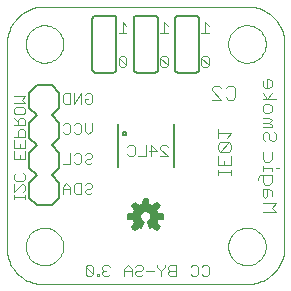
<source format=gbo>
G75*
G70*
%OFA0B0*%
%FSLAX24Y24*%
%IPPOS*%
%LPD*%
%AMOC8*
5,1,8,0,0,1.08239X$1,22.5*
%
%ADD10C,0.0000*%
%ADD11C,0.0040*%
%ADD12C,0.0030*%
%ADD13C,0.0059*%
%ADD14C,0.0080*%
%ADD15C,0.0060*%
D10*
X000536Y001785D02*
X000534Y001719D01*
X000536Y001653D01*
X000542Y001587D01*
X000551Y001521D01*
X000564Y001456D01*
X000581Y001391D01*
X000601Y001328D01*
X000625Y001266D01*
X000652Y001206D01*
X000683Y001147D01*
X000717Y001089D01*
X000754Y001034D01*
X000794Y000981D01*
X000837Y000931D01*
X000882Y000882D01*
X000931Y000837D01*
X000981Y000794D01*
X001034Y000754D01*
X001089Y000717D01*
X001147Y000683D01*
X001206Y000652D01*
X001266Y000625D01*
X001328Y000601D01*
X001391Y000581D01*
X001456Y000564D01*
X001521Y000551D01*
X001587Y000542D01*
X001653Y000536D01*
X001719Y000534D01*
X001785Y000536D01*
X001785Y000535D02*
X008535Y000535D01*
X008603Y000537D01*
X008670Y000542D01*
X008737Y000551D01*
X008804Y000564D01*
X008869Y000581D01*
X008934Y000600D01*
X008998Y000624D01*
X009060Y000651D01*
X009121Y000681D01*
X009179Y000714D01*
X009236Y000750D01*
X009291Y000790D01*
X009344Y000832D01*
X009395Y000878D01*
X009442Y000925D01*
X009488Y000976D01*
X009530Y001029D01*
X009570Y001084D01*
X009606Y001141D01*
X009639Y001199D01*
X009669Y001260D01*
X009696Y001322D01*
X009720Y001386D01*
X009739Y001451D01*
X009756Y001516D01*
X009769Y001583D01*
X009778Y001650D01*
X009783Y001717D01*
X009785Y001785D01*
X009785Y008535D01*
X009783Y008603D01*
X009778Y008670D01*
X009769Y008737D01*
X009756Y008804D01*
X009739Y008869D01*
X009720Y008934D01*
X009696Y008998D01*
X009669Y009060D01*
X009639Y009121D01*
X009606Y009179D01*
X009570Y009236D01*
X009530Y009291D01*
X009488Y009344D01*
X009442Y009395D01*
X009395Y009442D01*
X009344Y009488D01*
X009291Y009530D01*
X009236Y009570D01*
X009179Y009606D01*
X009121Y009639D01*
X009060Y009669D01*
X008998Y009696D01*
X008934Y009720D01*
X008869Y009739D01*
X008804Y009756D01*
X008737Y009769D01*
X008670Y009778D01*
X008603Y009783D01*
X008535Y009785D01*
X001785Y009785D01*
X001160Y008535D02*
X001162Y008585D01*
X001168Y008634D01*
X001178Y008683D01*
X001191Y008730D01*
X001209Y008777D01*
X001230Y008822D01*
X001254Y008865D01*
X001282Y008906D01*
X001313Y008945D01*
X001347Y008981D01*
X001384Y009015D01*
X001424Y009045D01*
X001465Y009072D01*
X001509Y009096D01*
X001554Y009116D01*
X001601Y009132D01*
X001649Y009145D01*
X001698Y009154D01*
X001748Y009159D01*
X001797Y009160D01*
X001847Y009157D01*
X001896Y009150D01*
X001945Y009139D01*
X001992Y009125D01*
X002038Y009106D01*
X002083Y009084D01*
X002126Y009059D01*
X002166Y009030D01*
X002204Y008998D01*
X002240Y008964D01*
X002273Y008926D01*
X002302Y008886D01*
X002328Y008844D01*
X002351Y008800D01*
X002370Y008754D01*
X002386Y008707D01*
X002398Y008658D01*
X002406Y008609D01*
X002410Y008560D01*
X002410Y008510D01*
X002406Y008461D01*
X002398Y008412D01*
X002386Y008363D01*
X002370Y008316D01*
X002351Y008270D01*
X002328Y008226D01*
X002302Y008184D01*
X002273Y008144D01*
X002240Y008106D01*
X002204Y008072D01*
X002166Y008040D01*
X002126Y008011D01*
X002083Y007986D01*
X002038Y007964D01*
X001992Y007945D01*
X001945Y007931D01*
X001896Y007920D01*
X001847Y007913D01*
X001797Y007910D01*
X001748Y007911D01*
X001698Y007916D01*
X001649Y007925D01*
X001601Y007938D01*
X001554Y007954D01*
X001509Y007974D01*
X001465Y007998D01*
X001424Y008025D01*
X001384Y008055D01*
X001347Y008089D01*
X001313Y008125D01*
X001282Y008164D01*
X001254Y008205D01*
X001230Y008248D01*
X001209Y008293D01*
X001191Y008340D01*
X001178Y008387D01*
X001168Y008436D01*
X001162Y008485D01*
X001160Y008535D01*
X000535Y008535D02*
X000535Y001785D01*
X001160Y001785D02*
X001162Y001835D01*
X001168Y001884D01*
X001178Y001933D01*
X001191Y001980D01*
X001209Y002027D01*
X001230Y002072D01*
X001254Y002115D01*
X001282Y002156D01*
X001313Y002195D01*
X001347Y002231D01*
X001384Y002265D01*
X001424Y002295D01*
X001465Y002322D01*
X001509Y002346D01*
X001554Y002366D01*
X001601Y002382D01*
X001649Y002395D01*
X001698Y002404D01*
X001748Y002409D01*
X001797Y002410D01*
X001847Y002407D01*
X001896Y002400D01*
X001945Y002389D01*
X001992Y002375D01*
X002038Y002356D01*
X002083Y002334D01*
X002126Y002309D01*
X002166Y002280D01*
X002204Y002248D01*
X002240Y002214D01*
X002273Y002176D01*
X002302Y002136D01*
X002328Y002094D01*
X002351Y002050D01*
X002370Y002004D01*
X002386Y001957D01*
X002398Y001908D01*
X002406Y001859D01*
X002410Y001810D01*
X002410Y001760D01*
X002406Y001711D01*
X002398Y001662D01*
X002386Y001613D01*
X002370Y001566D01*
X002351Y001520D01*
X002328Y001476D01*
X002302Y001434D01*
X002273Y001394D01*
X002240Y001356D01*
X002204Y001322D01*
X002166Y001290D01*
X002126Y001261D01*
X002083Y001236D01*
X002038Y001214D01*
X001992Y001195D01*
X001945Y001181D01*
X001896Y001170D01*
X001847Y001163D01*
X001797Y001160D01*
X001748Y001161D01*
X001698Y001166D01*
X001649Y001175D01*
X001601Y001188D01*
X001554Y001204D01*
X001509Y001224D01*
X001465Y001248D01*
X001424Y001275D01*
X001384Y001305D01*
X001347Y001339D01*
X001313Y001375D01*
X001282Y001414D01*
X001254Y001455D01*
X001230Y001498D01*
X001209Y001543D01*
X001191Y001590D01*
X001178Y001637D01*
X001168Y001686D01*
X001162Y001735D01*
X001160Y001785D01*
X000535Y008535D02*
X000537Y008603D01*
X000542Y008670D01*
X000551Y008737D01*
X000564Y008804D01*
X000581Y008869D01*
X000600Y008934D01*
X000624Y008998D01*
X000651Y009060D01*
X000681Y009121D01*
X000714Y009179D01*
X000750Y009236D01*
X000790Y009291D01*
X000832Y009344D01*
X000878Y009395D01*
X000925Y009442D01*
X000976Y009488D01*
X001029Y009530D01*
X001084Y009570D01*
X001141Y009606D01*
X001199Y009639D01*
X001260Y009669D01*
X001322Y009696D01*
X001386Y009720D01*
X001451Y009739D01*
X001516Y009756D01*
X001583Y009769D01*
X001650Y009778D01*
X001717Y009783D01*
X001785Y009785D01*
X007910Y008535D02*
X007912Y008585D01*
X007918Y008634D01*
X007928Y008683D01*
X007941Y008730D01*
X007959Y008777D01*
X007980Y008822D01*
X008004Y008865D01*
X008032Y008906D01*
X008063Y008945D01*
X008097Y008981D01*
X008134Y009015D01*
X008174Y009045D01*
X008215Y009072D01*
X008259Y009096D01*
X008304Y009116D01*
X008351Y009132D01*
X008399Y009145D01*
X008448Y009154D01*
X008498Y009159D01*
X008547Y009160D01*
X008597Y009157D01*
X008646Y009150D01*
X008695Y009139D01*
X008742Y009125D01*
X008788Y009106D01*
X008833Y009084D01*
X008876Y009059D01*
X008916Y009030D01*
X008954Y008998D01*
X008990Y008964D01*
X009023Y008926D01*
X009052Y008886D01*
X009078Y008844D01*
X009101Y008800D01*
X009120Y008754D01*
X009136Y008707D01*
X009148Y008658D01*
X009156Y008609D01*
X009160Y008560D01*
X009160Y008510D01*
X009156Y008461D01*
X009148Y008412D01*
X009136Y008363D01*
X009120Y008316D01*
X009101Y008270D01*
X009078Y008226D01*
X009052Y008184D01*
X009023Y008144D01*
X008990Y008106D01*
X008954Y008072D01*
X008916Y008040D01*
X008876Y008011D01*
X008833Y007986D01*
X008788Y007964D01*
X008742Y007945D01*
X008695Y007931D01*
X008646Y007920D01*
X008597Y007913D01*
X008547Y007910D01*
X008498Y007911D01*
X008448Y007916D01*
X008399Y007925D01*
X008351Y007938D01*
X008304Y007954D01*
X008259Y007974D01*
X008215Y007998D01*
X008174Y008025D01*
X008134Y008055D01*
X008097Y008089D01*
X008063Y008125D01*
X008032Y008164D01*
X008004Y008205D01*
X007980Y008248D01*
X007959Y008293D01*
X007941Y008340D01*
X007928Y008387D01*
X007918Y008436D01*
X007912Y008485D01*
X007910Y008535D01*
X007910Y001785D02*
X007912Y001835D01*
X007918Y001884D01*
X007928Y001933D01*
X007941Y001980D01*
X007959Y002027D01*
X007980Y002072D01*
X008004Y002115D01*
X008032Y002156D01*
X008063Y002195D01*
X008097Y002231D01*
X008134Y002265D01*
X008174Y002295D01*
X008215Y002322D01*
X008259Y002346D01*
X008304Y002366D01*
X008351Y002382D01*
X008399Y002395D01*
X008448Y002404D01*
X008498Y002409D01*
X008547Y002410D01*
X008597Y002407D01*
X008646Y002400D01*
X008695Y002389D01*
X008742Y002375D01*
X008788Y002356D01*
X008833Y002334D01*
X008876Y002309D01*
X008916Y002280D01*
X008954Y002248D01*
X008990Y002214D01*
X009023Y002176D01*
X009052Y002136D01*
X009078Y002094D01*
X009101Y002050D01*
X009120Y002004D01*
X009136Y001957D01*
X009148Y001908D01*
X009156Y001859D01*
X009160Y001810D01*
X009160Y001760D01*
X009156Y001711D01*
X009148Y001662D01*
X009136Y001613D01*
X009120Y001566D01*
X009101Y001520D01*
X009078Y001476D01*
X009052Y001434D01*
X009023Y001394D01*
X008990Y001356D01*
X008954Y001322D01*
X008916Y001290D01*
X008876Y001261D01*
X008833Y001236D01*
X008788Y001214D01*
X008742Y001195D01*
X008695Y001181D01*
X008646Y001170D01*
X008597Y001163D01*
X008547Y001160D01*
X008498Y001161D01*
X008448Y001166D01*
X008399Y001175D01*
X008351Y001188D01*
X008304Y001204D01*
X008259Y001224D01*
X008215Y001248D01*
X008174Y001275D01*
X008134Y001305D01*
X008097Y001339D01*
X008063Y001375D01*
X008032Y001414D01*
X008004Y001455D01*
X007980Y001498D01*
X007959Y001543D01*
X007941Y001590D01*
X007928Y001637D01*
X007918Y001686D01*
X007912Y001735D01*
X007910Y001785D01*
D11*
X009055Y002930D02*
X009515Y002930D01*
X009362Y003083D01*
X009515Y003237D01*
X009055Y003237D01*
X009132Y003390D02*
X009208Y003467D01*
X009208Y003697D01*
X009285Y003697D02*
X009055Y003697D01*
X009055Y003467D01*
X009132Y003390D01*
X009362Y003467D02*
X009362Y003621D01*
X009285Y003697D01*
X009285Y003851D02*
X009132Y003851D01*
X009055Y003928D01*
X009055Y004158D01*
X008978Y004158D02*
X008902Y004081D01*
X008902Y004004D01*
X008978Y004158D02*
X009362Y004158D01*
X009362Y003928D01*
X009285Y003851D01*
X009362Y004311D02*
X009362Y004388D01*
X009055Y004388D01*
X009055Y004311D02*
X009055Y004465D01*
X009132Y004618D02*
X009055Y004695D01*
X009055Y004925D01*
X009362Y004925D02*
X009362Y004695D01*
X009285Y004618D01*
X009132Y004618D01*
X009515Y004388D02*
X009592Y004388D01*
X009439Y005305D02*
X009362Y005305D01*
X009285Y005382D01*
X009285Y005535D01*
X009208Y005612D01*
X009132Y005612D01*
X009055Y005535D01*
X009055Y005382D01*
X009132Y005305D01*
X009439Y005305D02*
X009515Y005382D01*
X009515Y005535D01*
X009439Y005612D01*
X009362Y005765D02*
X009362Y005842D01*
X009285Y005919D01*
X009362Y005996D01*
X009285Y006072D01*
X009055Y006072D01*
X009055Y005919D02*
X009285Y005919D01*
X009362Y005765D02*
X009055Y005765D01*
X009132Y006226D02*
X009055Y006303D01*
X009055Y006456D01*
X009132Y006533D01*
X009285Y006533D01*
X009362Y006456D01*
X009362Y006303D01*
X009285Y006226D01*
X009132Y006226D01*
X009208Y006686D02*
X009362Y006916D01*
X009285Y007070D02*
X009362Y007147D01*
X009362Y007300D01*
X009285Y007377D01*
X009208Y007377D01*
X009208Y007070D01*
X009132Y007070D02*
X009285Y007070D01*
X009132Y007070D02*
X009055Y007147D01*
X009055Y007300D01*
X009055Y006916D02*
X009208Y006686D01*
X009055Y006686D02*
X009515Y006686D01*
X008140Y006757D02*
X008063Y006680D01*
X007910Y006680D01*
X007833Y006757D01*
X007680Y006680D02*
X007373Y006987D01*
X007373Y007064D01*
X007449Y007140D01*
X007603Y007140D01*
X007680Y007064D01*
X007833Y007064D02*
X007910Y007140D01*
X008063Y007140D01*
X008140Y007064D01*
X008140Y006757D01*
X007680Y006680D02*
X007373Y006680D01*
X007555Y005715D02*
X007555Y005408D01*
X007555Y005561D02*
X008015Y005561D01*
X007862Y005408D01*
X007939Y005254D02*
X007632Y004947D01*
X007555Y005024D01*
X007555Y005178D01*
X007632Y005254D01*
X007939Y005254D01*
X008015Y005178D01*
X008015Y005024D01*
X007939Y004947D01*
X007632Y004947D01*
X007555Y004794D02*
X007555Y004487D01*
X008015Y004487D01*
X008015Y004794D01*
X007785Y004640D02*
X007785Y004487D01*
X007555Y004333D02*
X007555Y004180D01*
X007555Y004257D02*
X008015Y004257D01*
X008015Y004333D02*
X008015Y004180D01*
D12*
X005895Y004800D02*
X005648Y005047D01*
X005648Y005109D01*
X005710Y005170D01*
X005833Y005170D01*
X005895Y005109D01*
X005895Y004800D02*
X005648Y004800D01*
X005527Y004985D02*
X005280Y004985D01*
X005342Y004800D02*
X005342Y005170D01*
X005527Y004985D01*
X005158Y004800D02*
X004911Y004800D01*
X004790Y004862D02*
X004728Y004800D01*
X004605Y004800D01*
X004543Y004862D01*
X004543Y005109D02*
X004605Y005170D01*
X004728Y005170D01*
X004790Y005109D01*
X004790Y004862D01*
X005158Y004800D02*
X005158Y005170D01*
X003375Y004834D02*
X003375Y004772D01*
X003313Y004710D01*
X003190Y004710D01*
X003128Y004648D01*
X003128Y004587D01*
X003190Y004525D01*
X003313Y004525D01*
X003375Y004587D01*
X003375Y004834D02*
X003313Y004895D01*
X003190Y004895D01*
X003128Y004834D01*
X003007Y004834D02*
X003007Y004587D01*
X002945Y004525D01*
X002821Y004525D01*
X002760Y004587D01*
X002638Y004525D02*
X002391Y004525D01*
X002638Y004525D02*
X002638Y004895D01*
X002760Y004834D02*
X002821Y004895D01*
X002945Y004895D01*
X003007Y004834D01*
X002945Y005525D02*
X002821Y005525D01*
X002760Y005587D01*
X002638Y005587D02*
X002577Y005525D01*
X002453Y005525D01*
X002391Y005587D01*
X002391Y005834D02*
X002453Y005895D01*
X002577Y005895D01*
X002638Y005834D01*
X002638Y005587D01*
X002760Y005834D02*
X002821Y005895D01*
X002945Y005895D01*
X003007Y005834D01*
X003007Y005587D01*
X002945Y005525D01*
X003128Y005648D02*
X003128Y005895D01*
X003375Y005895D02*
X003375Y005648D01*
X003252Y005525D01*
X003128Y005648D01*
X003190Y006525D02*
X003128Y006587D01*
X003128Y006710D01*
X003252Y006710D01*
X003375Y006587D02*
X003375Y006834D01*
X003313Y006895D01*
X003190Y006895D01*
X003128Y006834D01*
X003007Y006895D02*
X002760Y006525D01*
X002760Y006895D01*
X002638Y006895D02*
X002453Y006895D01*
X002391Y006834D01*
X002391Y006587D01*
X002453Y006525D01*
X002638Y006525D01*
X002638Y006895D01*
X003007Y006895D02*
X003007Y006525D01*
X003190Y006525D02*
X003313Y006525D01*
X003375Y006587D01*
X004328Y007775D02*
X004452Y007775D01*
X004513Y007837D01*
X004266Y008084D01*
X004266Y007837D01*
X004328Y007775D01*
X004513Y007837D02*
X004513Y008084D01*
X004452Y008145D01*
X004328Y008145D01*
X004266Y008084D01*
X004266Y008900D02*
X004513Y008900D01*
X004390Y008900D02*
X004390Y009270D01*
X004513Y009147D01*
X005641Y008900D02*
X005888Y008900D01*
X005765Y008900D02*
X005765Y009270D01*
X005888Y009147D01*
X005827Y008145D02*
X005703Y008145D01*
X005641Y008084D01*
X005888Y007837D01*
X005827Y007775D01*
X005703Y007775D01*
X005641Y007837D01*
X005641Y008084D01*
X005827Y008145D02*
X005888Y008084D01*
X005888Y007837D01*
X007016Y007837D02*
X007078Y007775D01*
X007202Y007775D01*
X007263Y007837D01*
X007016Y008084D01*
X007016Y007837D01*
X007016Y008084D02*
X007078Y008145D01*
X007202Y008145D01*
X007263Y008084D01*
X007263Y007837D01*
X007263Y008900D02*
X007016Y008900D01*
X007140Y008900D02*
X007140Y009270D01*
X007263Y009147D01*
X003313Y003895D02*
X003190Y003895D01*
X003128Y003834D01*
X003007Y003895D02*
X002821Y003895D01*
X002760Y003834D01*
X002760Y003587D01*
X002821Y003525D01*
X003007Y003525D01*
X003007Y003895D01*
X003190Y003710D02*
X003128Y003648D01*
X003128Y003587D01*
X003190Y003525D01*
X003313Y003525D01*
X003375Y003587D01*
X003313Y003710D02*
X003190Y003710D01*
X003313Y003710D02*
X003375Y003772D01*
X003375Y003834D01*
X003313Y003895D01*
X002638Y003772D02*
X002638Y003525D01*
X002638Y003710D02*
X002391Y003710D01*
X002391Y003772D02*
X002391Y003525D01*
X002391Y003772D02*
X002515Y003895D01*
X002638Y003772D01*
X001145Y003795D02*
X001145Y003672D01*
X001084Y003610D01*
X001145Y003488D02*
X001145Y003365D01*
X001145Y003426D02*
X000775Y003426D01*
X000775Y003365D02*
X000775Y003488D01*
X000775Y003610D02*
X001022Y003857D01*
X001084Y003857D01*
X001145Y003795D01*
X001084Y003978D02*
X000837Y003978D01*
X000775Y004040D01*
X000775Y004164D01*
X000837Y004225D01*
X001084Y004225D02*
X001145Y004164D01*
X001145Y004040D01*
X001084Y003978D01*
X000775Y003857D02*
X000775Y003610D01*
X000775Y004715D02*
X000775Y004962D01*
X000775Y005083D02*
X000775Y005330D01*
X000775Y005452D02*
X001145Y005452D01*
X001145Y005637D01*
X001084Y005699D01*
X000960Y005699D01*
X000898Y005637D01*
X000898Y005452D01*
X000960Y005207D02*
X000960Y005083D01*
X001145Y005083D02*
X000775Y005083D01*
X000960Y004839D02*
X000960Y004715D01*
X001145Y004715D02*
X000775Y004715D01*
X001145Y004715D02*
X001145Y004962D01*
X001145Y005083D02*
X001145Y005330D01*
X001145Y005820D02*
X000775Y005820D01*
X000898Y005820D02*
X000898Y006005D01*
X000960Y006067D01*
X001084Y006067D01*
X001145Y006005D01*
X001145Y005820D01*
X000898Y005943D02*
X000775Y006067D01*
X000837Y006188D02*
X000775Y006250D01*
X000775Y006374D01*
X000837Y006435D01*
X001084Y006435D01*
X001145Y006374D01*
X001145Y006250D01*
X001084Y006188D01*
X000837Y006188D01*
X000775Y006557D02*
X001145Y006557D01*
X001022Y006680D01*
X001145Y006804D01*
X000775Y006804D01*
X003218Y001170D02*
X003156Y001109D01*
X003403Y000862D01*
X003341Y000800D01*
X003218Y000800D01*
X003156Y000862D01*
X003156Y001109D01*
X003218Y001170D02*
X003341Y001170D01*
X003403Y001109D01*
X003403Y000862D01*
X003525Y000862D02*
X003525Y000800D01*
X003587Y000800D01*
X003587Y000862D01*
X003525Y000862D01*
X003708Y000862D02*
X003770Y000800D01*
X003893Y000800D01*
X003955Y000862D01*
X003832Y000985D02*
X003770Y000985D01*
X003708Y000923D01*
X003708Y000862D01*
X003770Y000985D02*
X003708Y001047D01*
X003708Y001109D01*
X003770Y001170D01*
X003893Y001170D01*
X003955Y001109D01*
X004445Y001047D02*
X004445Y000800D01*
X004445Y000985D02*
X004692Y000985D01*
X004692Y001047D02*
X004568Y001170D01*
X004445Y001047D01*
X004692Y001047D02*
X004692Y000800D01*
X004813Y000862D02*
X004875Y000800D01*
X004998Y000800D01*
X005060Y000862D01*
X004998Y000985D02*
X004875Y000985D01*
X004813Y000923D01*
X004813Y000862D01*
X004998Y000985D02*
X005060Y001047D01*
X005060Y001109D01*
X004998Y001170D01*
X004875Y001170D01*
X004813Y001109D01*
X005182Y000985D02*
X005428Y000985D01*
X005550Y001109D02*
X005550Y001170D01*
X005550Y001109D02*
X005673Y000985D01*
X005673Y000800D01*
X005673Y000985D02*
X005797Y001109D01*
X005797Y001170D01*
X005918Y001109D02*
X005918Y001047D01*
X005980Y000985D01*
X006165Y000985D01*
X006165Y000800D02*
X005980Y000800D01*
X005918Y000862D01*
X005918Y000923D01*
X005980Y000985D01*
X005918Y001109D02*
X005980Y001170D01*
X006165Y001170D01*
X006165Y000800D01*
X006655Y000862D02*
X006717Y000800D01*
X006840Y000800D01*
X006902Y000862D01*
X006902Y001109D01*
X006840Y001170D01*
X006717Y001170D01*
X006655Y001109D01*
X007023Y001109D02*
X007085Y001170D01*
X007208Y001170D01*
X007270Y001109D01*
X007270Y000862D01*
X007208Y000800D01*
X007085Y000800D01*
X007023Y000862D01*
D13*
X005524Y002320D02*
X005625Y002421D01*
X005504Y002570D01*
X005535Y002630D01*
X005556Y002694D01*
X005746Y002713D01*
X005746Y002857D01*
X005556Y002876D01*
X005535Y002940D01*
X005504Y003000D01*
X005625Y003149D01*
X005524Y003250D01*
X005375Y003129D01*
X005315Y003160D01*
X005251Y003181D01*
X005232Y003371D01*
X005088Y003371D01*
X005069Y003181D01*
X005005Y003160D01*
X004945Y003129D01*
X004796Y003250D01*
X004695Y003149D01*
X004816Y003000D01*
X004785Y002940D01*
X004764Y002876D01*
X004574Y002857D01*
X004574Y002713D01*
X004764Y002694D01*
X004785Y002630D01*
X004816Y002570D01*
X004695Y002421D01*
X004796Y002320D01*
X004945Y002441D01*
X005005Y002410D01*
X005089Y002614D01*
X005051Y002636D01*
X005019Y002666D01*
X004995Y002703D01*
X004980Y002745D01*
X004976Y002789D01*
X004982Y002833D01*
X004998Y002874D01*
X005024Y002910D01*
X005058Y002938D01*
X005097Y002958D01*
X005140Y002968D01*
X005184Y002968D01*
X005227Y002957D01*
X005266Y002936D01*
X005299Y002907D01*
X005324Y002870D01*
X005339Y002829D01*
X005345Y002785D01*
X005339Y002742D01*
X005324Y002701D01*
X005300Y002665D01*
X005268Y002636D01*
X005231Y002614D01*
X005315Y002410D01*
X005375Y002441D01*
X005524Y002320D01*
X005581Y002377D02*
X005454Y002377D01*
X005383Y002434D02*
X005615Y002434D01*
X005568Y002492D02*
X005281Y002492D01*
X005258Y002549D02*
X005521Y002549D01*
X005523Y002607D02*
X005234Y002607D01*
X005300Y002665D02*
X005546Y002665D01*
X005746Y002722D02*
X005332Y002722D01*
X005344Y002780D02*
X005746Y002780D01*
X005746Y002837D02*
X005336Y002837D01*
X005307Y002895D02*
X005550Y002895D01*
X005529Y002952D02*
X005236Y002952D01*
X005085Y002952D02*
X004791Y002952D01*
X004808Y003010D02*
X005512Y003010D01*
X005559Y003067D02*
X004761Y003067D01*
X004714Y003125D02*
X005606Y003125D01*
X005591Y003183D02*
X005440Y003183D01*
X005511Y003240D02*
X005534Y003240D01*
X005251Y003183D02*
X005069Y003183D01*
X005075Y003240D02*
X005245Y003240D01*
X005239Y003298D02*
X005081Y003298D01*
X005086Y003355D02*
X005234Y003355D01*
X004880Y003183D02*
X004729Y003183D01*
X004786Y003240D02*
X004809Y003240D01*
X004770Y002895D02*
X005013Y002895D01*
X004984Y002837D02*
X004574Y002837D01*
X004574Y002780D02*
X004976Y002780D01*
X004988Y002722D02*
X004574Y002722D01*
X004774Y002665D02*
X005021Y002665D01*
X005086Y002607D02*
X004797Y002607D01*
X004799Y002549D02*
X005062Y002549D01*
X005039Y002492D02*
X004752Y002492D01*
X004705Y002434D02*
X004937Y002434D01*
X004957Y002434D02*
X005015Y002434D01*
X004866Y002377D02*
X004739Y002377D01*
X005305Y002434D02*
X005363Y002434D01*
D14*
X002285Y003410D02*
X002285Y003910D01*
X002035Y004160D01*
X002285Y004410D01*
X002285Y004910D01*
X002035Y005160D01*
X002285Y005410D01*
X002285Y005910D01*
X002035Y006160D01*
X002285Y006410D01*
X002285Y006910D01*
X002035Y007160D01*
X001535Y007160D01*
X001285Y006910D01*
X001285Y006410D01*
X001535Y006160D01*
X001285Y005910D01*
X001285Y005410D01*
X001535Y005160D01*
X001285Y004910D01*
X001285Y004410D01*
X001535Y004160D01*
X001285Y003910D01*
X001285Y003410D01*
X001535Y003160D01*
X002035Y003160D01*
X002285Y003410D01*
X004393Y005550D02*
X004395Y005565D01*
X004401Y005578D01*
X004410Y005590D01*
X004421Y005599D01*
X004435Y005605D01*
X004450Y005607D01*
X004465Y005605D01*
X004478Y005599D01*
X004490Y005590D01*
X004499Y005579D01*
X004505Y005565D01*
X004507Y005550D01*
X004505Y005535D01*
X004499Y005522D01*
X004490Y005510D01*
X004479Y005501D01*
X004465Y005495D01*
X004450Y005493D01*
X004435Y005495D01*
X004422Y005501D01*
X004410Y005510D01*
X004401Y005521D01*
X004395Y005535D01*
X004393Y005550D01*
D15*
X004230Y005870D02*
X004230Y004450D01*
X006090Y004450D02*
X006090Y005870D01*
X006235Y007585D02*
X006835Y007585D01*
X006852Y007587D01*
X006869Y007591D01*
X006885Y007598D01*
X006899Y007608D01*
X006912Y007621D01*
X006922Y007635D01*
X006929Y007651D01*
X006933Y007668D01*
X006935Y007685D01*
X006935Y009385D01*
X006933Y009402D01*
X006929Y009419D01*
X006922Y009435D01*
X006912Y009449D01*
X006899Y009462D01*
X006885Y009472D01*
X006869Y009479D01*
X006852Y009483D01*
X006835Y009485D01*
X006235Y009485D01*
X006218Y009483D01*
X006201Y009479D01*
X006185Y009472D01*
X006171Y009462D01*
X006158Y009449D01*
X006148Y009435D01*
X006141Y009419D01*
X006137Y009402D01*
X006135Y009385D01*
X006135Y007685D01*
X006137Y007668D01*
X006141Y007651D01*
X006148Y007635D01*
X006158Y007621D01*
X006171Y007608D01*
X006185Y007598D01*
X006201Y007591D01*
X006218Y007587D01*
X006235Y007585D01*
X005560Y007685D02*
X005560Y009385D01*
X005558Y009402D01*
X005554Y009419D01*
X005547Y009435D01*
X005537Y009449D01*
X005524Y009462D01*
X005510Y009472D01*
X005494Y009479D01*
X005477Y009483D01*
X005460Y009485D01*
X004860Y009485D01*
X004843Y009483D01*
X004826Y009479D01*
X004810Y009472D01*
X004796Y009462D01*
X004783Y009449D01*
X004773Y009435D01*
X004766Y009419D01*
X004762Y009402D01*
X004760Y009385D01*
X004760Y007685D01*
X004762Y007668D01*
X004766Y007651D01*
X004773Y007635D01*
X004783Y007621D01*
X004796Y007608D01*
X004810Y007598D01*
X004826Y007591D01*
X004843Y007587D01*
X004860Y007585D01*
X005460Y007585D01*
X005477Y007587D01*
X005494Y007591D01*
X005510Y007598D01*
X005524Y007608D01*
X005537Y007621D01*
X005547Y007635D01*
X005554Y007651D01*
X005558Y007668D01*
X005560Y007685D01*
X004185Y007685D02*
X004185Y009385D01*
X004183Y009402D01*
X004179Y009419D01*
X004172Y009435D01*
X004162Y009449D01*
X004149Y009462D01*
X004135Y009472D01*
X004119Y009479D01*
X004102Y009483D01*
X004085Y009485D01*
X003485Y009485D01*
X003468Y009483D01*
X003451Y009479D01*
X003435Y009472D01*
X003421Y009462D01*
X003408Y009449D01*
X003398Y009435D01*
X003391Y009419D01*
X003387Y009402D01*
X003385Y009385D01*
X003385Y007685D01*
X003387Y007668D01*
X003391Y007651D01*
X003398Y007635D01*
X003408Y007621D01*
X003421Y007608D01*
X003435Y007598D01*
X003451Y007591D01*
X003468Y007587D01*
X003485Y007585D01*
X004085Y007585D01*
X004102Y007587D01*
X004119Y007591D01*
X004135Y007598D01*
X004149Y007608D01*
X004162Y007621D01*
X004172Y007635D01*
X004179Y007651D01*
X004183Y007668D01*
X004185Y007685D01*
M02*

</source>
